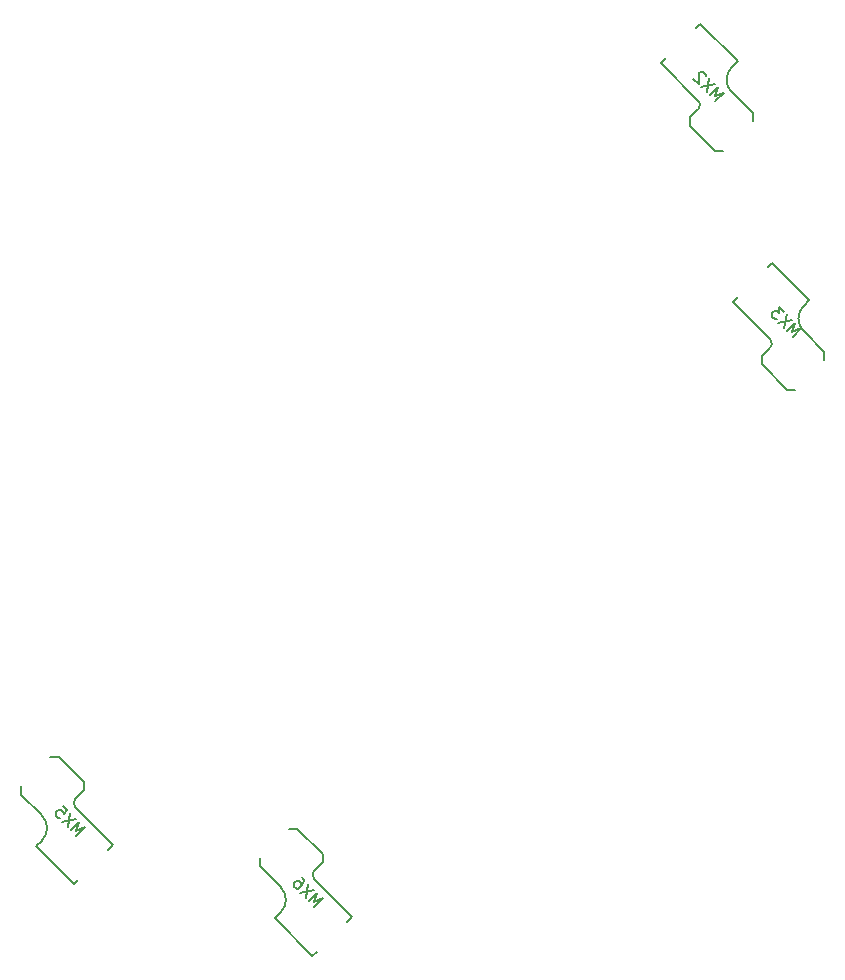
<source format=gbr>
G04 #@! TF.GenerationSoftware,KiCad,Pcbnew,9.0.2*
G04 #@! TF.CreationDate,2025-09-19T15:02:21-04:00*
G04 #@! TF.ProjectId,Trackball,54726163-6b62-4616-9c6c-2e6b69636164,rev?*
G04 #@! TF.SameCoordinates,Original*
G04 #@! TF.FileFunction,Legend,Bot*
G04 #@! TF.FilePolarity,Positive*
%FSLAX46Y46*%
G04 Gerber Fmt 4.6, Leading zero omitted, Abs format (unit mm)*
G04 Created by KiCad (PCBNEW 9.0.2) date 2025-09-19 15:02:21*
%MOMM*%
%LPD*%
G01*
G04 APERTURE LIST*
%ADD10C,0.150000*%
G04 APERTURE END LIST*
D10*
X251180764Y-62251550D02*
X251887871Y-61544443D01*
X251887871Y-61544443D02*
X251147092Y-61813817D01*
X251147092Y-61813817D02*
X251416466Y-61073039D01*
X251416466Y-61073039D02*
X250709359Y-61780146D01*
X251147092Y-60803665D02*
X249968581Y-61039367D01*
X250675688Y-60332260D02*
X250439985Y-61510772D01*
X250372642Y-60163902D02*
X250372642Y-60096558D01*
X250372642Y-60096558D02*
X250338970Y-59995543D01*
X250338970Y-59995543D02*
X250170611Y-59827184D01*
X250170611Y-59827184D02*
X250069596Y-59793512D01*
X250069596Y-59793512D02*
X250002253Y-59793512D01*
X250002253Y-59793512D02*
X249901237Y-59827184D01*
X249901237Y-59827184D02*
X249833894Y-59894528D01*
X249833894Y-59894528D02*
X249766550Y-60029215D01*
X249766550Y-60029215D02*
X249766550Y-60837337D01*
X249766550Y-60837337D02*
X249328818Y-60399604D01*
X257721503Y-82227316D02*
X258428610Y-81520209D01*
X258428610Y-81520209D02*
X257687831Y-81789583D01*
X257687831Y-81789583D02*
X257957205Y-81048805D01*
X257957205Y-81048805D02*
X257250098Y-81755912D01*
X257687831Y-80779431D02*
X256509320Y-81015133D01*
X257216427Y-80308026D02*
X256980724Y-81486538D01*
X257014396Y-80105996D02*
X256576663Y-79668263D01*
X256576663Y-79668263D02*
X256542992Y-80173339D01*
X256542992Y-80173339D02*
X256441976Y-80072324D01*
X256441976Y-80072324D02*
X256340961Y-80038652D01*
X256340961Y-80038652D02*
X256273618Y-80038652D01*
X256273618Y-80038652D02*
X256172602Y-80072324D01*
X256172602Y-80072324D02*
X256004244Y-80240683D01*
X256004244Y-80240683D02*
X255970572Y-80341698D01*
X255970572Y-80341698D02*
X255970572Y-80409042D01*
X255970572Y-80409042D02*
X256004244Y-80510057D01*
X256004244Y-80510057D02*
X256206274Y-80712087D01*
X256206274Y-80712087D02*
X256307289Y-80745759D01*
X256307289Y-80745759D02*
X256374633Y-80745759D01*
X197087095Y-124476946D02*
X197794202Y-123769839D01*
X197794202Y-123769839D02*
X197053423Y-124039213D01*
X197053423Y-124039213D02*
X197322797Y-123298435D01*
X197322797Y-123298435D02*
X196615690Y-124005542D01*
X197053423Y-123029061D02*
X195874912Y-123264763D01*
X196582019Y-122557656D02*
X196346316Y-123736168D01*
X195975927Y-121951565D02*
X196312645Y-122288282D01*
X196312645Y-122288282D02*
X196009599Y-122658672D01*
X196009599Y-122658672D02*
X196009599Y-122591328D01*
X196009599Y-122591328D02*
X195975927Y-122490313D01*
X195975927Y-122490313D02*
X195807568Y-122321954D01*
X195807568Y-122321954D02*
X195706553Y-122288282D01*
X195706553Y-122288282D02*
X195639210Y-122288282D01*
X195639210Y-122288282D02*
X195538194Y-122321954D01*
X195538194Y-122321954D02*
X195369836Y-122490313D01*
X195369836Y-122490313D02*
X195336164Y-122591328D01*
X195336164Y-122591328D02*
X195336164Y-122658672D01*
X195336164Y-122658672D02*
X195369836Y-122759687D01*
X195369836Y-122759687D02*
X195538194Y-122928046D01*
X195538194Y-122928046D02*
X195639210Y-122961717D01*
X195639210Y-122961717D02*
X195706553Y-122961717D01*
X217239639Y-130487354D02*
X217946746Y-129780247D01*
X217946746Y-129780247D02*
X217205967Y-130049621D01*
X217205967Y-130049621D02*
X217475341Y-129308843D01*
X217475341Y-129308843D02*
X216768234Y-130015950D01*
X217205967Y-129039469D02*
X216027456Y-129275171D01*
X216734563Y-128568064D02*
X216498860Y-129746576D01*
X216162143Y-127995645D02*
X216296830Y-128130332D01*
X216296830Y-128130332D02*
X216330502Y-128231347D01*
X216330502Y-128231347D02*
X216330502Y-128298690D01*
X216330502Y-128298690D02*
X216296830Y-128467049D01*
X216296830Y-128467049D02*
X216195815Y-128635408D01*
X216195815Y-128635408D02*
X215926441Y-128904782D01*
X215926441Y-128904782D02*
X215825425Y-128938454D01*
X215825425Y-128938454D02*
X215758082Y-128938454D01*
X215758082Y-128938454D02*
X215657067Y-128904782D01*
X215657067Y-128904782D02*
X215522380Y-128770095D01*
X215522380Y-128770095D02*
X215488708Y-128669080D01*
X215488708Y-128669080D02*
X215488708Y-128601736D01*
X215488708Y-128601736D02*
X215522380Y-128500721D01*
X215522380Y-128500721D02*
X215690738Y-128332362D01*
X215690738Y-128332362D02*
X215791754Y-128298690D01*
X215791754Y-128298690D02*
X215859097Y-128298690D01*
X215859097Y-128298690D02*
X215960112Y-128332362D01*
X215960112Y-128332362D02*
X216094799Y-128467049D01*
X216094799Y-128467049D02*
X216128471Y-128568064D01*
X216128471Y-128568064D02*
X216128471Y-128635408D01*
X216128471Y-128635408D02*
X216094799Y-128736423D01*
X249886126Y-55717507D02*
X249532573Y-56071060D01*
X246986989Y-58616645D02*
X246562724Y-59040909D01*
X246562724Y-59040909D02*
X249744705Y-62222889D01*
X253068107Y-58899487D02*
X249886126Y-55717507D01*
X252573132Y-59394462D02*
X253068107Y-58899487D01*
X249744705Y-62929996D02*
X249037598Y-63637103D01*
X249037598Y-64344209D02*
X249037598Y-63637103D01*
X254340899Y-63283549D02*
X252573132Y-61515782D01*
X251158919Y-66465530D02*
X249037598Y-64344209D01*
X254340899Y-63990656D02*
X254340899Y-63283549D01*
X251866025Y-66465530D02*
X251158919Y-66465530D01*
X249744705Y-62222889D02*
G75*
G02*
X249744705Y-62929996I-353555J-353553D01*
G01*
X252573132Y-61515782D02*
G75*
G02*
X252573132Y-59394462I1060662J1060660D01*
G01*
X255967245Y-75940761D02*
X255613692Y-76294314D01*
X253068108Y-78839899D02*
X252643843Y-79264163D01*
X252643843Y-79264163D02*
X255825824Y-82446143D01*
X259149226Y-79122741D02*
X255967245Y-75940761D01*
X258654251Y-79617716D02*
X259149226Y-79122741D01*
X255825824Y-83153250D02*
X255118717Y-83860357D01*
X255118717Y-84567463D02*
X255118717Y-83860357D01*
X260422018Y-83506803D02*
X258654251Y-81739036D01*
X257240038Y-86688784D02*
X255118717Y-84567463D01*
X260422018Y-84213910D02*
X260422018Y-83506803D01*
X257947144Y-86688784D02*
X257240038Y-86688784D01*
X255825824Y-82446143D02*
G75*
G02*
X255825824Y-83153250I-353555J-353553D01*
G01*
X258654251Y-81739036D02*
G75*
G02*
X258654251Y-79617716I1060662J1060660D01*
G01*
X194873219Y-117801482D02*
X195580325Y-117801482D01*
X192398345Y-120276356D02*
X192398345Y-120983463D01*
X195580325Y-117801482D02*
X197701646Y-119922803D01*
X192398345Y-120983463D02*
X194166112Y-122751230D01*
X197701646Y-119922803D02*
X197701646Y-120629909D01*
X196994539Y-121337016D02*
X197701646Y-120629909D01*
X194166112Y-124872550D02*
X193671137Y-125367525D01*
X193671137Y-125367525D02*
X196853118Y-128549505D01*
X200176520Y-125226103D02*
X196994539Y-122044123D01*
X199752255Y-125650367D02*
X200176520Y-125226103D01*
X196853118Y-128549505D02*
X197206671Y-128195952D01*
X194166112Y-122751230D02*
G75*
G02*
X194166112Y-124872550I-1060662J-1060660D01*
G01*
X196994539Y-122044123D02*
G75*
G02*
X196994539Y-121337016I353555J353553D01*
G01*
X215096473Y-123882600D02*
X215803579Y-123882600D01*
X212621599Y-126357474D02*
X212621599Y-127064581D01*
X215803579Y-123882600D02*
X217924900Y-126003921D01*
X212621599Y-127064581D02*
X214389366Y-128832348D01*
X217924900Y-126003921D02*
X217924900Y-126711027D01*
X217217793Y-127418134D02*
X217924900Y-126711027D01*
X214389366Y-130953668D02*
X213894391Y-131448643D01*
X213894391Y-131448643D02*
X217076372Y-134630623D01*
X220399774Y-131307221D02*
X217217793Y-128125241D01*
X219975509Y-131731485D02*
X220399774Y-131307221D01*
X217076372Y-134630623D02*
X217429925Y-134277070D01*
X214389366Y-128832348D02*
G75*
G02*
X214389366Y-130953668I-1060662J-1060660D01*
G01*
X217217793Y-128125241D02*
G75*
G02*
X217217793Y-127418134I353555J353553D01*
G01*
M02*

</source>
